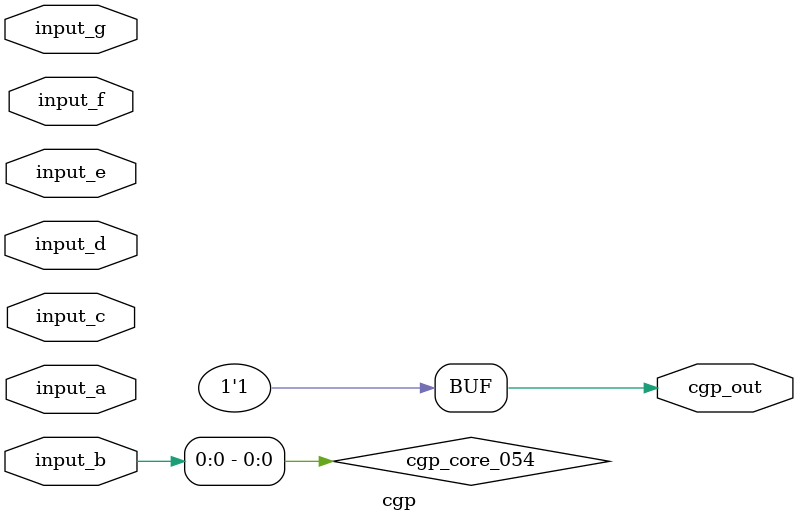
<source format=v>
module cgp(input [1:0] input_a, input [1:0] input_b, input [1:0] input_c, input [1:0] input_d, input [1:0] input_e, input [1:0] input_f, input [1:0] input_g, output [0:0] cgp_out);
  wire cgp_core_016;
  wire cgp_core_017;
  wire cgp_core_018;
  wire cgp_core_019;
  wire cgp_core_020;
  wire cgp_core_021;
  wire cgp_core_023;
  wire cgp_core_024;
  wire cgp_core_025;
  wire cgp_core_026;
  wire cgp_core_027;
  wire cgp_core_031;
  wire cgp_core_032;
  wire cgp_core_034;
  wire cgp_core_037_not;
  wire cgp_core_039_not;
  wire cgp_core_043;
  wire cgp_core_053;
  wire cgp_core_054;
  wire cgp_core_055;
  wire cgp_core_056;
  wire cgp_core_063;
  wire cgp_core_064;
  wire cgp_core_067;
  wire cgp_core_073;
  wire cgp_core_074;
  wire cgp_core_075;
  wire cgp_core_077;
  wire cgp_core_078;

  assign cgp_core_016 = input_a[0] ^ input_d[1];
  assign cgp_core_017 = input_a[0] & input_c[0];
  assign cgp_core_018 = input_a[1] ^ input_c[1];
  assign cgp_core_019 = input_a[1] & input_c[1];
  assign cgp_core_020 = cgp_core_018 ^ input_g[1];
  assign cgp_core_021 = cgp_core_018 & input_d[0];
  assign cgp_core_023 = input_e[0] ^ input_g[0];
  assign cgp_core_024 = input_e[0] & input_g[0];
  assign cgp_core_025 = input_g[0] ^ input_g[1];
  assign cgp_core_026 = input_e[1] & input_d[0];
  assign cgp_core_027 = cgp_core_025 ^ input_g[0];
  assign cgp_core_031 = input_d[0] & cgp_core_023;
  assign cgp_core_032 = input_d[1] | cgp_core_027;
  assign cgp_core_034 = cgp_core_032 ^ input_b[0];
  assign cgp_core_037_not = ~cgp_core_026;
  assign cgp_core_039_not = ~cgp_core_016;
  assign cgp_core_043 = cgp_core_020 ^ cgp_core_016;
  assign cgp_core_053 = input_b[0] ^ input_f[0];
  assign cgp_core_054 = input_b[0] & input_b[0];
  assign cgp_core_055 = input_b[1] ^ input_f[1];
  assign cgp_core_056 = input_b[1] & input_f[1];
  assign cgp_core_063 = input_f[1] & input_c[0];
  assign cgp_core_064 = cgp_core_056 ^ cgp_core_056;
  assign cgp_core_067 = ~(input_b[0] ^ input_a[1]);
  assign cgp_core_073 = input_a[0] & input_d[0];
  assign cgp_core_074 = ~input_c[0];
  assign cgp_core_075 = cgp_core_039_not & cgp_core_074;
  assign cgp_core_077 = ~(cgp_core_039_not ^ cgp_core_053);
  assign cgp_core_078 = input_b[1] & cgp_core_073;

  assign cgp_out[0] = 1'b1;
endmodule
</source>
